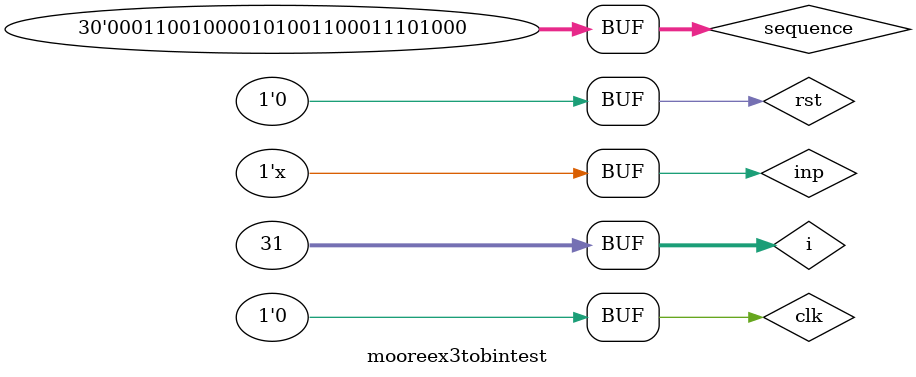
<source format=v>
module mooreex3tobintest();
reg clk, rst, inp; wire outp;	//Port definition
reg [29:0] sequence;		//For the internal six 5-bit Ex-3 numbers
integer i;
Ex_3_to_Bin dut(outp, inp, clk, rst);		//Calling the instance
initial begin
clk = 0; rst = 1; #2 clk =1; #2 clk =0;
sequence = 30'b000110010000101001100011101000;	//Six 5-bit numbers
#5 rst = 0; inp=0;
for (i=0; i<=30; i=i+1) begin
inp = sequence[i];			//All the input bits
#2 clk = 1; #2 clk = 0;
$display ("State =  ", dut.state, " Input =  ", inp, " Output = ", outp);
end end endmodule 
</source>
